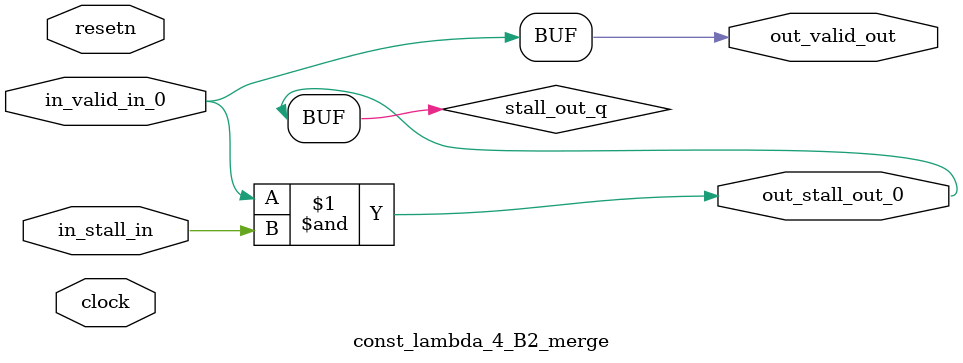
<source format=sv>



(* altera_attribute = "-name AUTO_SHIFT_REGISTER_RECOGNITION OFF; -name MESSAGE_DISABLE 10036; -name MESSAGE_DISABLE 10037; -name MESSAGE_DISABLE 14130; -name MESSAGE_DISABLE 14320; -name MESSAGE_DISABLE 15400; -name MESSAGE_DISABLE 14130; -name MESSAGE_DISABLE 10036; -name MESSAGE_DISABLE 12020; -name MESSAGE_DISABLE 12030; -name MESSAGE_DISABLE 12010; -name MESSAGE_DISABLE 12110; -name MESSAGE_DISABLE 14320; -name MESSAGE_DISABLE 13410; -name MESSAGE_DISABLE 113007; -name MESSAGE_DISABLE 10958" *)
module const_lambda_4_B2_merge (
    input wire [0:0] in_stall_in,
    input wire [0:0] in_valid_in_0,
    output wire [0:0] out_stall_out_0,
    output wire [0:0] out_valid_out,
    input wire clock,
    input wire resetn
    );

    wire [0:0] stall_out_q;
    reg [0:0] rst_sync_rst_sclrn;


    // stall_out(LOGICAL,2)
    assign stall_out_q = in_valid_in_0 & in_stall_in;

    // out_stall_out_0(GPOUT,5)
    assign out_stall_out_0 = stall_out_q;

    // out_valid_out(GPOUT,6)
    assign out_valid_out = in_valid_in_0;

    // rst_sync(RESETSYNC,7)
    acl_reset_handler #(
        .ASYNC_RESET(0),
        .USE_SYNCHRONIZER(1),
        .PULSE_EXTENSION(0),
        .PIPE_DEPTH(3),
        .DUPLICATE(1)
    ) therst_sync (
        .clk(clock),
        .i_resetn(resetn),
        .o_sclrn(rst_sync_rst_sclrn)
    );

endmodule

</source>
